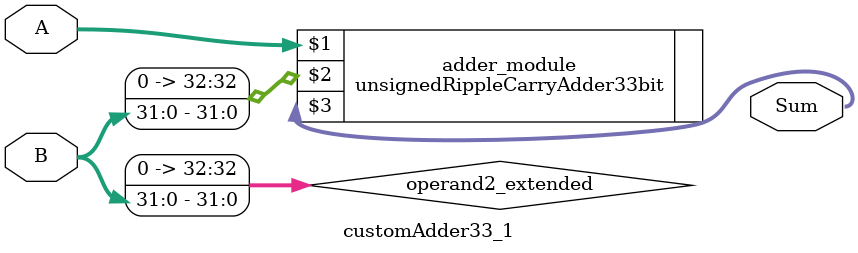
<source format=v>
module customAdder33_1(
                        input [32 : 0] A,
                        input [31 : 0] B,
                        
                        output [33 : 0] Sum
                );

        wire [32 : 0] operand2_extended;
        
        assign operand2_extended =  {1'b0, B};
        
        unsignedRippleCarryAdder33bit adder_module(
            A,
            operand2_extended,
            Sum
        );
        
        endmodule
        
</source>
